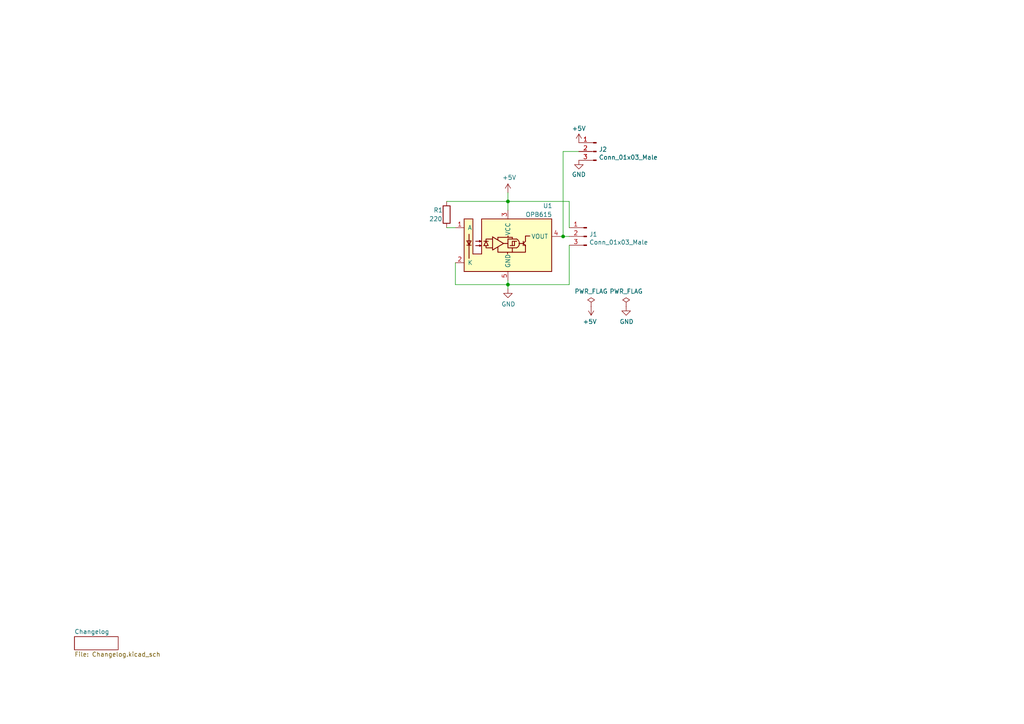
<source format=kicad_sch>
(kicad_sch (version 20230121) (generator eeschema)
  (paper "A4")
  (title_block (rev "2.0"))
  (lib_symbols
    (symbol "Device:R" (pin_numbers hide) (pin_names (offset 0))
      (property "Reference" "R" (at 2.032 0 90))
      (property "Value" "R" (at 0 0 90))
      (symbol "R_0_1"
        (rectangle (start -1.016 -2.54) (end 1.016 2.54) (stroke (width 0.254)))
      )
      (symbol "R_1_1"
        (pin passive line (at 0 3.81 270) (length 1.27) (name "~") (number "1"))
        (pin passive line (at 0 -3.81 90) (length 1.27) (name "~") (number "2"))
      )
    )
    (symbol "power:+5V" (power) (pin_names (offset 0))
      (property "Value" "+5V" (at 0 3.556 0))
      (symbol "+5V_0_1"
        (polyline (pts (xy -0.762 1.27) (xy 0 2.54)))
        (polyline (pts (xy 0 0) (xy 0 2.54)))
        (polyline (pts (xy 0 2.54) (xy 0.762 1.27)))
      )
      (symbol "+5V_1_1"
        (pin power_in line (at 0 0 90) (length 0) hide (name "+5V") (number "1"))
      )
    )
    (symbol "power:GND" (power) (pin_names (offset 0))
      (property "Value" "GND" (at 0 -3.81 0))
      (symbol "GND_0_1"
        (polyline (pts (xy 0 0) (xy 0 -1.27) (xy 1.27 -1.27) (xy 0 -2.54) (xy -1.27 -1.27) (xy 0 -1.27)))
      )
      (symbol "GND_1_1"
        (pin power_in line (at 0 0 270) (length 0) hide (name "GND") (number "1"))
      )
    )
    (symbol "power:PWR_FLAG" (power) (pin_numbers hide) (pin_names (offset 0) hide)
      (property "Value" "PWR_FLAG" (at 0 3.81 0))
      (symbol "PWR_FLAG_0_0"
        (pin power_out line (at 0 0 90) (length 0) (name "pwr") (number "1"))
      )
      (symbol "PWR_FLAG_0_1"
        (polyline (pts (xy 0 0) (xy 0 1.27) (xy -1.016 1.905) (xy 0 2.54) (xy 1.016 1.905) (xy 0 1.27)))
      )
    )
    (symbol "util_photoswitch-rescue:Conn_01x03_Male-Connector" (pin_names (offset 1.016) hide)
      (property "Reference" "J" (at 0 5.08 0))
      (property "Value" "Connector_Conn_01x03_Male" (at 0 -5.08 0))
      (symbol "Conn_01x03_Male-Connector_1_1"
        (polyline (pts (xy 1.27 -2.54) (xy 0.8636 -2.54)) (stroke (width 0.1524)))
        (polyline (pts (xy 1.27 0) (xy 0.8636 0)) (stroke (width 0.1524)))
        (polyline (pts (xy 1.27 2.54) (xy 0.8636 2.54)) (stroke (width 0.1524)))
        (rectangle (start 0.8636 -2.413) (end 0 -2.667) (stroke (width 0.1524)) (fill (type outline)))
        (rectangle (start 0.8636 0.127) (end 0 -0.127) (stroke (width 0.1524)) (fill (type outline)))
        (rectangle (start 0.8636 2.667) (end 0 2.413) (stroke (width 0.1524)) (fill (type outline)))
        (pin passive line (at 5.08 2.54 180) (length 3.81) (name "Pin_1") (number "1"))
        (pin passive line (at 5.08 0 180) (length 3.81) (name "Pin_2") (number "2"))
        (pin passive line (at 5.08 -2.54 180) (length 3.81) (name "Pin_3") (number "3"))
      )
    )
    (symbol "util_photoswitch-rescue:OPB615-KiCadCustomLib" (pin_names (offset 1.016))
      (property "Reference" "U" (at -11.43 8.89 0))
      (property "Value" "KiCadCustomLib_OPB615" (at 3.556 8.89 0))
      (symbol "OPB615-KiCadCustomLib_0_1"
        (polyline (pts (xy -11.9126 0) (xy -10.6426 0)) (stroke (width 0.254)))
        (polyline (pts (xy -11.2776 -3.81) (xy -11.2776 3.175)) (stroke (width 0.254)))
        (polyline (pts (xy -6.985 1.143) (xy -5.715 1.143)) (stroke (width 0.254)))
        (polyline (pts (xy -2.921 1.524) (xy -2.921 2.286)) (stroke (width 0.254)))
        (polyline (pts (xy -2.921 2.286) (xy 1.27 2.286)) (stroke (width 0.254)))
        (polyline (pts (xy -1.27 0.508) (xy 0 0.508)) (stroke (width 0.254)))
        (polyline (pts (xy -0.1016 -2.5146) (xy -0.1016 -2.0828)) (stroke (width 0.254)))
        (polyline (pts (xy 0 1.778) (xy 2.54 1.778)) (stroke (width 0.254)))
        (polyline (pts (xy 0.0254 2.3114) (xy 0.0254 2.7178)) (stroke (width 0.254)))
        (polyline (pts (xy 1.27 1.9304) (xy 1.27 2.286)) (stroke (width 0.254)))
        (polyline (pts (xy 3.175 0.508) (xy 4.445 0.508)) (stroke (width 0.254)))
        (polyline (pts (xy 4.445 0.508) (xy 5.08 -0.127)) (stroke (width 0.254)))
        (polyline (pts (xy 4.445 0.508) (xy 5.08 1.143)) (stroke (width 0.254)))
        (polyline (pts (xy 4.445 1.143) (xy 4.445 -0.127)) (stroke (width 0.254)))
        (polyline (pts (xy -9.3472 -0.127) (xy -7.8232 -0.127) (xy -8.2296 0.0762)) (stroke (width 0.254)))
        (polyline (pts (xy -9.3472 1.143) (xy -7.8232 1.143) (xy -8.2296 1.3462)) (stroke (width 0.254)))
        (polyline (pts (xy -8.2296 0.0762) (xy -8.2296 -0.3302) (xy -7.8232 -0.127)) (stroke (width 0.254)))
        (polyline (pts (xy -8.2296 1.3462) (xy -8.2296 0.9398) (xy -7.8232 1.143)) (stroke (width 0.254)))
        (polyline (pts (xy -6.35 -0.127) (xy -6.35 -0.762) (xy -4.445 -0.762)) (stroke (width 0.254)))
        (polyline (pts (xy -6.35 1.143) (xy -6.35 1.778) (xy -4.445 1.778)) (stroke (width 0.254)))
        (polyline (pts (xy 0 1.778) (xy 0 -0.762) (xy 2.54 -0.762)) (stroke (width 0.254)))
        (polyline (pts (xy 1.27 -2.032) (xy -2.921 -2.032) (xy -2.921 -0.508)) (stroke (width 0.254)))
        (polyline (pts (xy 1.905 1.143) (xy 1.27 1.143) (xy 1.27 -0.127)) (stroke (width 0.254)))
        (polyline (pts (xy 5.08 1.143) (xy 5.08 2.667) (xy 6.35 2.667)) (stroke (width 0.254)))
        (polyline (pts (xy -11.9126 1.27) (xy -10.6426 1.27) (xy -11.2776 0) (xy -11.9126 1.27)) (stroke (width 0.254)))
        (polyline (pts (xy -6.985 -0.127) (xy -5.715 -0.127) (xy -6.35 1.143) (xy -6.985 -0.127)) (stroke (width 0.254)))
        (polyline (pts (xy -4.445 2.413) (xy -4.445 -1.397) (xy -1.27 0.508) (xy -4.445 2.413)) (stroke (width 0.254)))
        (polyline (pts (xy 0.635 -0.127) (xy 1.905 -0.127) (xy 1.905 1.143) (xy 2.54 1.143)) (stroke (width 0.254)))
        (polyline (pts (xy 1.27 -0.762) (xy 1.27 -2.032) (xy 5.08 -2.032) (xy 5.08 -0.127)) (stroke (width 0.254)))
        (polyline (pts (xy 5.08 -0.127) (xy 4.826 -0.0762) (xy 5.0292 0.127) (xy 5.08 -0.127)) (stroke (width 0.254)))
        (polyline (pts (xy -12.7 -7.62) (xy 12.7 -7.62) (xy 12.7 7.62) (xy -7.62 7.62) (xy -7.62 -2.54) (xy -10.16 -2.54) (xy -10.16 7.62) (xy -12.7 7.62) (xy -12.7 -7.62)) (stroke (width 0.254)) (fill (type background)))
        (arc (start 2.54 -0.762) (mid 3.3249 0.508) (end 2.54 1.778) (stroke (width 0.254)))
      )
      (symbol "OPB615-KiCadCustomLib_1_1"
        (pin passive line (at -15.24 5.08 0) (length 2.54) (name "A") (number "1"))
        (pin passive line (at -15.24 -5.08 0) (length 2.54) (name "K") (number "2"))
        (pin power_in line (at 0 10.16 270) (length 2.54) (name "VCC") (number "3"))
        (pin open_collector line (at 15.24 2.54 180) (length 2.54) (name "VOUT") (number "4"))
        (pin power_in line (at 0 -10.16 90) (length 2.54) (name "GND") (number "5"))
      )
    )
  )
  (junction (at 147.32 58.42))
  (junction (at 163.322 68.58))
  (junction (at 147.32 82.55))
  (wire (pts (xy 132.08 76.2) (xy 132.08 82.55)))
  (wire (pts (xy 165.1 82.55) (xy 147.32 82.55)))
  (wire (pts (xy 165.1 71.12) (xy 165.1 82.55)))
  (wire (pts (xy 163.322 43.942) (xy 167.894 43.942)))
  (wire (pts (xy 163.322 68.58) (xy 162.56 68.58)))
  (wire (pts (xy 165.1 66.04) (xy 165.1 58.42)))
  (wire (pts (xy 165.1 58.42) (xy 147.32 58.42)))
  (wire (pts (xy 147.32 55.88) (xy 147.32 58.42)))
  (wire (pts (xy 129.54 66.04) (xy 132.08 66.04)))
  (wire (pts (xy 147.32 58.42) (xy 147.32 60.96)))
  (wire (pts (xy 129.54 58.42) (xy 147.32 58.42)))
  (wire (pts (xy 147.32 82.55) (xy 147.32 83.82)))
  (wire (pts (xy 163.322 68.58) (xy 163.322 43.942)))
  (wire (pts (xy 132.08 82.55) (xy 147.32 82.55)))
  (wire (pts (xy 147.32 81.28) (xy 147.32 82.55)))
  (wire (pts (xy 165.1 68.58) (xy 163.322 68.58)))
  (symbol (lib_id "util_photoswitch-rescue:OPB615-KiCadCustomLib") (at 147.32 71.12 0) (unit 1)
    (property "Reference" "U1" (at 157.48 59.69 0) (effects (justify left)))
    (property "Value" "OPB615" (at 152.4 62.23 0) (effects (justify left)))
    (property "Footprint" "KiCAD Libraries:OPB61x" (effects hide))
    (property "Datasheet" "https://www.ttelectronics.com/TTElectronics/media/ProductFiles/Datasheets/OPB615-625-665.pdf" (effects hide))
  )
  (symbol (lib_id "Device:R") (at 129.54 62.23 180) (unit 1)
    (property "Reference" "R1" (at 125.73 60.96 0) (effects (justify right)))
    (property "Value" "220" (at 124.46 63.5 0) (effects (justify right)))
    (property "Footprint" "Resistor_THT:R_Axial_DIN0207_L6.3mm_D2.5mm_P7.62mm_Horizontal" (effects hide))
    (property "Datasheet" "https://www.seielect.com/catalog/sei-cf_cfm.pdf" (effects hide))
    (property "PN" "CFM14JA220R" (effects hide))
  )
  (symbol (lib_id "util_photoswitch-rescue:Conn_01x03_Male-Connector") (at 170.18 68.58 0) (mirror y) (unit 1)
    (property "Reference" "J1" (at 170.8912 67.9704 0) (effects (justify right)))
    (property "Value" "Conn_01x03_Male" (at 170.8912 70.2818 0) (effects (justify right)))
    (property "Footprint" "Connector_PinHeader_2.54mm:PinHeader_1x03_P2.54mm_Horizontal" (effects hide))
  )
  (symbol (lib_id "power:PWR_FLAG") (at 171.45 88.9 0) (unit 1)
    (property "Reference" "#FLG01" (effects hide))
    (property "Value" "PWR_FLAG" (at 171.45 84.5058 0))
  )
  (symbol (lib_id "power:PWR_FLAG") (at 181.61 88.9 0) (unit 1)
    (property "Reference" "#FLG02" (effects hide))
    (property "Value" "PWR_FLAG" (at 181.61 84.5058 0))
  )
  (symbol (lib_id "power:+5V") (at 147.32 55.88 0) (unit 1)
    (property "Reference" "#PWR01" (effects hide))
    (property "Value" "+5V" (at 147.701 51.4858 0))
  )
  (symbol (lib_id "power:GND") (at 147.32 83.82 0) (unit 1)
    (property "Reference" "#PWR02" (effects hide))
    (property "Value" "GND" (at 147.447 88.2142 0))
  )
  (symbol (lib_id "power:+5V") (at 171.45 88.9 180) (unit 1)
    (property "Reference" "#PWR03" (effects hide))
    (property "Value" "+5V" (at 171.069 93.2942 0))
  )
  (symbol (lib_id "power:GND") (at 181.61 88.9 0) (unit 1)
    (property "Reference" "#PWR04" (effects hide))
    (property "Value" "GND" (at 181.737 93.2942 0))
  )
  (symbol (lib_id "power:+5V") (at 167.894 41.402 0) (unit 1)
    (property "Reference" "#PWR05" (effects hide))
    (property "Value" "+5V" (at 167.894 37.2689 0))
  )
  (symbol (lib_id "util_photoswitch-rescue:Conn_01x03_Male-Connector") (at 172.974 43.942 0) (mirror y) (unit 1)
    (property "Reference" "J2" (at 173.6852 43.3324 0) (effects (justify right)))
    (property "Value" "Conn_01x03_Male" (at 173.6852 45.6438 0) (effects (justify right)))
    (property "Footprint" "Connector_PinHeader_2.54mm:PinHeader_1x03_P2.54mm_Vertical" (effects hide))
  )
  (symbol (lib_id "power:GND") (at 167.894 46.482 0) (unit 1)
    (property "Reference" "#PWR06" (effects hide))
    (property "Value" "GND" (at 167.894 50.6151 0))
  )
  (sheet (at 21.59 184.658) (size 12.7 3.81) (stroke (width 0.1524))
    (property "Sheetname" "Changelog" (at 21.59 183.9464 0) (effects (justify left bottom)))
    (property "Sheetfile" "Changelog.kicad_sch" (at 21.59 189.0526 0) (effects (justify left top)))
  )
)
</source>
